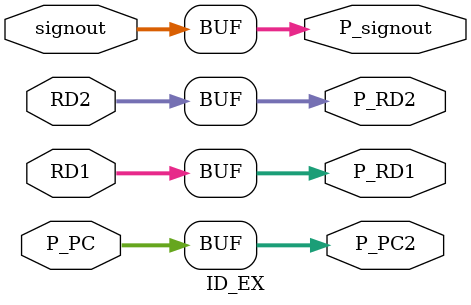
<source format=v>
module ID_EX(P_PC, RD1, RD2, signout, P_PC2, P_RD1, P_RD2, P_signout);

    input [31:0] P_PC;
    input [31:0] RD1;
    input [31:0] RD2;
    input [31:0] signout;
    output reg [31:0] P_PC2;
    output reg [31:0] P_RD1;
    output reg [31:0] P_RD2;
    output reg [31:0] P_signout;

    always @(*) begin
        P_PC2 <= P_PC;
        P_RD1 <= RD1;
        P_RD2 <= RD2;
        P_signout <= signout;
    end


endmodule
</source>
